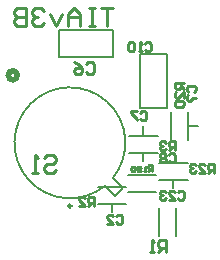
<source format=gbo>
G04 Layer_Color=32896*
%FSLAX25Y25*%
%MOIN*%
G70*
G01*
G75*
%ADD17C,0.01000*%
%ADD24C,0.00984*%
%ADD25C,0.02000*%
%ADD26C,0.00787*%
%ADD27C,0.00600*%
%ADD28C,0.00800*%
D17*
X15501Y-24501D02*
X16001Y-24001D01*
X17000D01*
X17500Y-24501D01*
Y-26500D01*
X17000Y-27000D01*
X16001D01*
X15501Y-26500D01*
X12502Y-27000D02*
X14501D01*
X12502Y-25001D01*
Y-24501D01*
X13001Y-24001D01*
X14001D01*
X14501Y-24501D01*
X5334Y26332D02*
X6001Y26999D01*
X7333D01*
X8000Y26332D01*
Y23666D01*
X7333Y23000D01*
X6001D01*
X5334Y23666D01*
X1335Y26999D02*
X2668Y26332D01*
X4001Y24999D01*
Y23666D01*
X3335Y23000D01*
X2002D01*
X1335Y23666D01*
Y24333D01*
X2002Y24999D01*
X4001D01*
X23501Y9999D02*
X24001Y10499D01*
X25000D01*
X25500Y9999D01*
Y8000D01*
X25000Y7500D01*
X24001D01*
X23501Y8000D01*
X22501Y10499D02*
X20502D01*
Y9999D01*
X22501Y8000D01*
Y7500D01*
X32000Y-36500D02*
Y-32501D01*
X30001D01*
X29334Y-33168D01*
Y-34501D01*
X30001Y-35167D01*
X32000D01*
X30667D02*
X29334Y-36500D01*
X28001D02*
X26668D01*
X27335D01*
Y-32501D01*
X28001Y-33168D01*
X35000Y-2500D02*
Y499D01*
X33500D01*
X33001Y-1D01*
Y-1001D01*
X33500Y-1500D01*
X35000D01*
X34000D02*
X33001Y-2500D01*
X32001Y-1D02*
X31501Y499D01*
X30501D01*
X30002Y-1D01*
Y-501D01*
X30501Y-1001D01*
X31001D01*
X30501D01*
X30002Y-1500D01*
Y-2000D01*
X30501Y-2500D01*
X31501D01*
X32001Y-2000D01*
X-8499Y-5002D02*
X-7499Y-4002D01*
X-5500D01*
X-4500Y-5002D01*
Y-6001D01*
X-5500Y-7001D01*
X-7499D01*
X-8499Y-8001D01*
Y-9000D01*
X-7499Y-10000D01*
X-5500D01*
X-4500Y-9000D01*
X-10498Y-10000D02*
X-12497D01*
X-11498D01*
Y-4002D01*
X-10498Y-5002D01*
X33001Y-4001D02*
X33500Y-3501D01*
X34500D01*
X35000Y-4001D01*
Y-6000D01*
X34500Y-6500D01*
X33500D01*
X33001Y-6000D01*
X32001Y-4001D02*
X31501Y-3501D01*
X30501D01*
X30002Y-4001D01*
Y-4501D01*
X30501Y-5001D01*
X30002Y-5500D01*
Y-6000D01*
X30501Y-6500D01*
X31501D01*
X32001Y-6000D01*
Y-5500D01*
X31501Y-5001D01*
X32001Y-4501D01*
Y-4001D01*
X31501Y-5001D02*
X30501D01*
X25001Y32999D02*
X25501Y33499D01*
X26500D01*
X27000Y32999D01*
Y31000D01*
X26500Y30500D01*
X25501D01*
X25001Y31000D01*
X24001Y30500D02*
X23001D01*
X23501D01*
Y33499D01*
X24001Y32999D01*
X21502D02*
X21002Y33499D01*
X20002D01*
X19502Y32999D01*
Y31000D01*
X20002Y30500D01*
X21002D01*
X21502Y31000D01*
Y32999D01*
X8000Y-21000D02*
Y-18001D01*
X6500D01*
X6001Y-18501D01*
Y-19500D01*
X6500Y-20000D01*
X8000D01*
X7000D02*
X6001Y-21000D01*
X3002D02*
X5001D01*
X3002Y-19001D01*
Y-18501D01*
X3501Y-18001D01*
X4501D01*
X5001Y-18501D01*
X36001Y-16501D02*
X36500Y-16001D01*
X37500D01*
X38000Y-16501D01*
Y-18500D01*
X37500Y-19000D01*
X36500D01*
X36001Y-18500D01*
X33002Y-19000D02*
X35001D01*
X33002Y-17001D01*
Y-16501D01*
X33501Y-16001D01*
X34501D01*
X35001Y-16501D01*
X32002D02*
X31502Y-16001D01*
X30502D01*
X30003Y-16501D01*
Y-17001D01*
X30502Y-17501D01*
X31002D01*
X30502D01*
X30003Y-18000D01*
Y-18500D01*
X30502Y-19000D01*
X31502D01*
X32002Y-18500D01*
X38000Y20000D02*
X35001D01*
Y18500D01*
X35501Y18001D01*
X36500D01*
X37000Y18500D01*
Y20000D01*
Y19000D02*
X38000Y18001D01*
Y15002D02*
Y17001D01*
X36001Y15002D01*
X35501D01*
X35001Y15501D01*
Y16501D01*
X35501Y17001D01*
Y14002D02*
X35001Y13502D01*
Y12502D01*
X35501Y12003D01*
X37500D01*
X38000Y12502D01*
Y13502D01*
X37500Y14002D01*
X35501D01*
X48000Y-10000D02*
Y-7001D01*
X46501D01*
X46001Y-7501D01*
Y-8501D01*
X46501Y-9000D01*
X48000D01*
X47000D02*
X46001Y-10000D01*
X43002D02*
X45001D01*
X43002Y-8001D01*
Y-7501D01*
X43501Y-7001D01*
X44501D01*
X45001Y-7501D01*
X42002D02*
X41502Y-7001D01*
X40502D01*
X40003Y-7501D01*
Y-8001D01*
X40502Y-8501D01*
X41002D01*
X40502D01*
X40003Y-9000D01*
Y-9500D01*
X40502Y-10000D01*
X41502D01*
X42002Y-9500D01*
X39501Y17001D02*
X39001Y17501D01*
Y18500D01*
X39501Y19000D01*
X41500D01*
X42000Y18500D01*
Y17501D01*
X41500Y17001D01*
X39501Y16001D02*
X39001Y15501D01*
Y14501D01*
X39501Y14002D01*
X40001D01*
X41000Y15001D01*
X41500D02*
X42000D01*
X27500Y-9500D02*
Y-7501D01*
X26500D01*
X26167Y-7834D01*
Y-8500D01*
X26500Y-8833D01*
X27500D01*
X26834D02*
X26167Y-9500D01*
X25501D02*
X24834D01*
X25167D01*
Y-8167D01*
X25501D01*
X23834Y-9500D02*
X22835D01*
X22502Y-9167D01*
X22835Y-8833D01*
X23501D01*
X23834Y-8500D01*
X23501Y-8167D01*
X22502D01*
X21502Y-9500D02*
X20835D01*
X20502Y-9167D01*
Y-8500D01*
X20835Y-8167D01*
X21502D01*
X21835Y-8500D01*
Y-9167D01*
X21502Y-9500D01*
X14500Y44998D02*
X10501D01*
X12501D01*
Y39000D01*
X8502Y44998D02*
X6503D01*
X7502D01*
Y39000D01*
X8502D01*
X6503D01*
X3504D02*
Y42999D01*
X1504Y44998D01*
X-495Y42999D01*
Y39000D01*
Y41999D01*
X3504D01*
X-2495Y42999D02*
X-4494Y39000D01*
X-6493Y42999D01*
X-8493Y43998D02*
X-9492Y44998D01*
X-11492D01*
X-12491Y43998D01*
Y42999D01*
X-11492Y41999D01*
X-10492D01*
X-11492D01*
X-12491Y40999D01*
Y40000D01*
X-11492Y39000D01*
X-9492D01*
X-8493Y40000D01*
X-14491Y44998D02*
Y39000D01*
X-17490D01*
X-18489Y40000D01*
Y40999D01*
X-17490Y41999D01*
X-14491D01*
X-17490D01*
X-18489Y42999D01*
Y43998D01*
X-17490Y44998D01*
X-14491D01*
D24*
X492Y-21063D02*
G03*
X492Y-21063I-492J0D01*
G01*
D25*
X-17550Y22500D02*
G03*
X-17550Y22500I-1500J0D01*
G01*
D26*
X14262Y-11759D02*
G03*
X11759Y-14262I-14262J11759D01*
G01*
X14277Y-11771D02*
X17618Y-15112D01*
X15112Y-17618D02*
X17618Y-15112D01*
X11771Y-14277D02*
X15112Y-17618D01*
D27*
X34500Y-15075D02*
Y-11925D01*
X29776Y-12256D02*
X39224D01*
X29776Y-6744D02*
X39224D01*
X39256Y827D02*
Y10276D01*
X33744Y827D02*
Y10276D01*
X9236Y-20397D02*
X18685D01*
X9236Y-14885D02*
X18685D01*
X24500Y-6075D02*
Y-2925D01*
Y2425D02*
Y5575D01*
X19776Y-3256D02*
X29224D01*
X19776Y2256D02*
X29224D01*
X13961Y-23215D02*
Y-20066D01*
X29744Y-31224D02*
Y-21776D01*
X35256Y-31224D02*
Y-21776D01*
X39425Y5500D02*
X42575D01*
X19276Y-10744D02*
X28724D01*
X19276Y-16256D02*
X28724D01*
D28*
X23500Y29500D02*
X32500D01*
X23500Y11500D02*
Y29500D01*
Y11500D02*
X32500D01*
Y29500D01*
X-3500Y28500D02*
Y37500D01*
Y28500D02*
X14500D01*
Y37500D01*
X-3500D02*
X14500D01*
M02*

</source>
